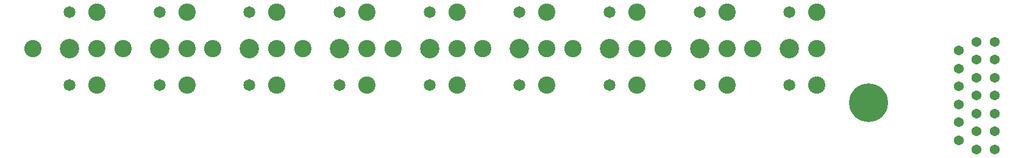
<source format=gbs>
%TF.GenerationSoftware,KiCad,Pcbnew,5.1.12-1.fc35*%
%TF.CreationDate,2022-04-23T06:04:12-07:00*%
%TF.ProjectId,left,6c656674-2e6b-4696-9361-645f70636258,v1.1*%
%TF.SameCoordinates,Original*%
%TF.FileFunction,Soldermask,Bot*%
%TF.FilePolarity,Negative*%
%FSLAX46Y46*%
G04 Gerber Fmt 4.6, Leading zero omitted, Abs format (unit mm)*
G04 Created by KiCad (PCBNEW 5.1.12-1.fc35) date 2022-04-23 06:04:12*
%MOMM*%
%LPD*%
G01*
G04 APERTURE LIST*
%ADD10C,1.651600*%
%ADD11C,2.401600*%
%ADD12C,2.701600*%
%ADD13C,5.401600*%
%ADD14C,1.363600*%
G04 APERTURE END LIST*
D10*
%TO.C,F2*%
X116000000Y-112580000D03*
X116000000Y-102420000D03*
D11*
X110920000Y-107500000D03*
X119810000Y-112580000D03*
D12*
X116000000Y-107500000D03*
D11*
X119810000Y-107500000D03*
X119810000Y-102420000D03*
%TD*%
D10*
%TO.C,ESC1*%
X91000000Y-112580000D03*
X91000000Y-102420000D03*
D11*
X85920000Y-107500000D03*
X94810000Y-112580000D03*
D12*
X91000000Y-107500000D03*
D11*
X94810000Y-107500000D03*
X94810000Y-102420000D03*
%TD*%
D10*
%TO.C,F1*%
X103500000Y-112580000D03*
X103500000Y-102420000D03*
D11*
X98420000Y-107500000D03*
X107310000Y-112580000D03*
D12*
X103500000Y-107500000D03*
D11*
X107310000Y-107500000D03*
X107310000Y-102420000D03*
%TD*%
D10*
%TO.C,F3*%
X128500000Y-112580000D03*
X128500000Y-102420000D03*
D11*
X123420000Y-107500000D03*
X132310000Y-112580000D03*
D12*
X128500000Y-107500000D03*
D11*
X132310000Y-107500000D03*
X132310000Y-102420000D03*
%TD*%
D10*
%TO.C,F4*%
X141000000Y-112580000D03*
X141000000Y-102420000D03*
D11*
X135920000Y-107500000D03*
X144810000Y-112580000D03*
D12*
X141000000Y-107500000D03*
D11*
X144810000Y-107500000D03*
X144810000Y-102420000D03*
%TD*%
D10*
%TO.C,F5*%
X153500000Y-112580000D03*
X153500000Y-102420000D03*
D11*
X148420000Y-107500000D03*
X157310000Y-112580000D03*
D12*
X153500000Y-107500000D03*
D11*
X157310000Y-107500000D03*
X157310000Y-102420000D03*
%TD*%
D10*
%TO.C,F6*%
X166000000Y-112580000D03*
X166000000Y-102420000D03*
D11*
X160920000Y-107500000D03*
X169810000Y-112580000D03*
D12*
X166000000Y-107500000D03*
D11*
X169810000Y-107500000D03*
X169810000Y-102420000D03*
%TD*%
D10*
%TO.C,F7*%
X178500000Y-112580000D03*
X178500000Y-102420000D03*
D11*
X173420000Y-107500000D03*
X182310000Y-112580000D03*
D12*
X178500000Y-107500000D03*
D11*
X182310000Y-107500000D03*
X182310000Y-102420000D03*
%TD*%
D10*
%TO.C,F8*%
X191000000Y-112580000D03*
X191000000Y-102420000D03*
D11*
X185920000Y-107500000D03*
X194810000Y-112580000D03*
D12*
X191000000Y-107500000D03*
D11*
X194810000Y-107500000D03*
X194810000Y-102420000D03*
%TD*%
D13*
%TO.C,H1*%
X202000000Y-115000000D03*
%TD*%
D14*
%TO.C,J1*%
X217000000Y-121500000D03*
X217000000Y-119000000D03*
X217000000Y-116500000D03*
X217000000Y-114000000D03*
X217000000Y-111500000D03*
X217000000Y-109000000D03*
X217000000Y-106500000D03*
X214500000Y-120250000D03*
X214500000Y-117750000D03*
X214500000Y-115250000D03*
X214500000Y-112750000D03*
X214500000Y-110250000D03*
X214500000Y-107750000D03*
X219500000Y-121500000D03*
X219500000Y-119000000D03*
X219500000Y-116500000D03*
X219500000Y-114000000D03*
X219500000Y-111500000D03*
X219500000Y-109000000D03*
X219500000Y-106500000D03*
%TD*%
M02*

</source>
